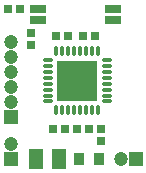
<source format=gts>
%FSLAX25Y25*%
%MOIN*%
G70*
G01*
G75*
G04 Layer_Color=8388736*
%ADD10R,0.12992X0.12992*%
%ADD11O,0.02756X0.00984*%
%ADD12O,0.00984X0.02756*%
%ADD13R,0.02953X0.03543*%
%ADD14R,0.02362X0.02362*%
%ADD15R,0.04134X0.05906*%
%ADD16R,0.02362X0.02362*%
%ADD17R,0.04724X0.02362*%
%ADD18C,0.00600*%
%ADD19C,0.01000*%
%ADD20C,0.00800*%
%ADD21C,0.02000*%
%ADD22R,0.01575X0.00192*%
%ADD23R,0.00353X0.00189*%
%ADD24C,0.03937*%
%ADD25R,0.03937X0.03937*%
%ADD26R,0.03937X0.03937*%
%ADD27C,0.02400*%
%ADD28C,0.04000*%
%ADD29R,0.13000X0.57500*%
%ADD30C,0.04362*%
G04:AMPARAMS|DCode=31|XSize=47.622mil|YSize=47.622mil|CornerRadius=0mil|HoleSize=0mil|Usage=FLASHONLY|Rotation=0.000|XOffset=0mil|YOffset=0mil|HoleType=Round|Shape=Relief|Width=10mil|Gap=4mil|Entries=4|*
%AMTHD31*
7,0,0,0.04762,0.03962,0.01000,45*
%
%ADD31THD31*%
%ADD32C,0.03200*%
G04:AMPARAMS|DCode=33|XSize=36mil|YSize=36mil|CornerRadius=0mil|HoleSize=0mil|Usage=FLASHONLY|Rotation=0.000|XOffset=0mil|YOffset=0mil|HoleType=Round|Shape=Relief|Width=10mil|Gap=4mil|Entries=4|*
%AMTHD33*
7,0,0,0.03600,0.02800,0.01000,45*
%
%ADD33THD33*%
%ADD34R,0.10000X0.04000*%
%ADD35O,0.01181X0.03150*%
%ADD36O,0.03150X0.01181*%
%ADD37R,0.07480X0.04331*%
%ADD38R,0.00503X0.00180*%
%ADD39R,0.00237X0.00346*%
%ADD40R,0.00628X0.00256*%
%ADD41R,0.00542X0.00559*%
%ADD42R,0.00369X0.00562*%
%ADD43C,0.00984*%
%ADD44C,0.00787*%
%ADD45R,0.08992X0.08992*%
%ADD46R,0.13792X0.13792*%
%ADD47O,0.03256X0.01484*%
%ADD48O,0.01484X0.03256*%
%ADD49R,0.03753X0.04343*%
%ADD50R,0.03162X0.03162*%
%ADD51R,0.04934X0.06706*%
%ADD52R,0.03162X0.03162*%
%ADD53R,0.05524X0.03162*%
%ADD54C,0.04737*%
%ADD55R,0.04737X0.04737*%
%ADD56R,0.04737X0.04737*%
D46*
X830000Y398000D02*
D03*
D47*
X839843Y404890D02*
D03*
Y402921D02*
D03*
Y400953D02*
D03*
Y398984D02*
D03*
Y397016D02*
D03*
Y395047D02*
D03*
Y393079D02*
D03*
Y391110D02*
D03*
X820158D02*
D03*
Y393079D02*
D03*
Y395047D02*
D03*
Y397016D02*
D03*
Y398984D02*
D03*
Y400953D02*
D03*
Y402921D02*
D03*
Y404890D02*
D03*
D48*
X836890Y388158D02*
D03*
X834921D02*
D03*
X832953D02*
D03*
X830984D02*
D03*
X829016D02*
D03*
X827047D02*
D03*
X825079D02*
D03*
X823110D02*
D03*
Y407842D02*
D03*
X825079D02*
D03*
X827047D02*
D03*
X829016D02*
D03*
X830984D02*
D03*
X832953D02*
D03*
X834921D02*
D03*
X836890D02*
D03*
D49*
X830555Y372000D02*
D03*
X837445D02*
D03*
D50*
X814500Y413969D02*
D03*
Y410032D02*
D03*
X838100Y381968D02*
D03*
Y378031D02*
D03*
D51*
X816161Y372000D02*
D03*
X823839D02*
D03*
D52*
X810968Y422000D02*
D03*
X807032D02*
D03*
X823032Y413000D02*
D03*
X826968D02*
D03*
X822031Y382000D02*
D03*
X825968D02*
D03*
X835968Y413000D02*
D03*
X832032D02*
D03*
X833969Y382000D02*
D03*
X830031D02*
D03*
D53*
X817098Y418228D02*
D03*
X841902D02*
D03*
Y421772D02*
D03*
X817098D02*
D03*
D54*
X808000Y411000D02*
D03*
Y406000D02*
D03*
Y401000D02*
D03*
Y396000D02*
D03*
Y391000D02*
D03*
Y377000D02*
D03*
X844500Y372000D02*
D03*
D55*
X808000Y386000D02*
D03*
Y372000D02*
D03*
D56*
X849500D02*
D03*
M02*

</source>
